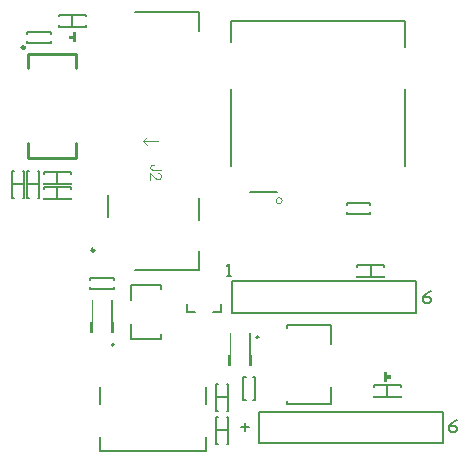
<source format=gto>
G04*
G04 #@! TF.GenerationSoftware,Altium Limited,Altium Designer,22.7.1 (60)*
G04*
G04 Layer_Color=65535*
%FSLAX44Y44*%
%MOMM*%
G71*
G04*
G04 #@! TF.SameCoordinates,3D1FD2B2-7E42-48B0-8169-FE55815119E5*
G04*
G04*
G04 #@! TF.FilePolarity,Positive*
G04*
G01*
G75*
%ADD10C,0.2000*%
%ADD11C,0.2540*%
%ADD12C,0.0000*%
%ADD13C,0.2400*%
%ADD14C,0.0254*%
%ADD15C,0.1270*%
%ADD16C,0.1524*%
%ADD17C,0.2032*%
%ADD18C,0.1254*%
%ADD19C,0.1500*%
%ADD20C,0.0889*%
G36*
X187706Y102870D02*
Y74930D01*
X185674D01*
Y83820D01*
X186690D01*
Y102870D01*
X187706D01*
D02*
G37*
G36*
X204470D02*
Y83820D01*
X205486D01*
Y74930D01*
X203454D01*
Y102870D01*
X204470D01*
D02*
G37*
G36*
X317500Y69977D02*
X319024D01*
Y66929D01*
X322580D01*
Y65151D01*
X319024D01*
Y62103D01*
X317500D01*
Y69977D01*
D02*
G37*
G36*
X70866Y130810D02*
Y102870D01*
X68834D01*
Y111760D01*
X69850D01*
Y130810D01*
X70866D01*
D02*
G37*
G36*
X87630D02*
Y111760D01*
X88646D01*
Y102870D01*
X86614D01*
Y130810D01*
X87630D01*
D02*
G37*
G36*
X55880Y349885D02*
X54356D01*
Y352933D01*
X50800D01*
Y354711D01*
X54356D01*
Y357759D01*
X55880D01*
Y349885D01*
D02*
G37*
D10*
X211270Y99100D02*
G03*
X211270Y99100I-1000J0D01*
G01*
X88920Y92750D02*
G03*
X88920Y92750I-1000J0D01*
G01*
X367260Y9410D02*
Y36310D01*
X211860D02*
X367260D01*
X211860Y9410D02*
Y36310D01*
Y9410D02*
X367260D01*
X189000Y119900D02*
X344400D01*
X189000D02*
Y146800D01*
X344400D01*
Y119900D02*
Y146800D01*
X172400Y120500D02*
X179700D01*
Y127000D01*
X150500Y120500D02*
X157800D01*
X150500D02*
Y127000D01*
D11*
X13462Y344582D02*
G03*
X13462Y344582I-1270J0D01*
G01*
X16322Y251402D02*
Y263402D01*
Y251402D02*
X56322D01*
Y327402D02*
Y339402D01*
X16322Y327402D02*
Y339402D01*
X56322D01*
X56322Y251402D02*
Y263402D01*
D12*
X231203Y214795D02*
G03*
X231203Y214795I-2540J0D01*
G01*
D13*
X72090Y172930D02*
G03*
X72090Y172930I-1200J0D01*
G01*
D14*
X50800Y354711D02*
X54356D01*
X50800Y352933D02*
X54356D01*
Y354711D02*
Y357759D01*
Y349885D02*
Y352933D01*
X55880Y349885D02*
Y357759D01*
X50800Y352933D02*
Y354711D01*
X54356Y349885D02*
X55880D01*
X54356Y357759D02*
X55880D01*
X317500Y62103D02*
X319024D01*
X317500Y69977D02*
X319024D01*
X322580Y65151D02*
Y66929D01*
X317500Y62103D02*
Y69977D01*
X319024Y66929D02*
Y69977D01*
Y62103D02*
Y65151D01*
Y66929D02*
X322580D01*
X319024Y65151D02*
X322580D01*
D15*
X235400Y109800D02*
X272600D01*
X235400Y42600D02*
X272600D01*
X235400Y107200D02*
Y109800D01*
Y42600D02*
Y45100D01*
X272600Y42600D02*
Y57500D01*
Y93800D02*
Y109800D01*
X77220Y2750D02*
Y15050D01*
Y2750D02*
X166620D01*
Y15050D01*
Y42450D02*
Y56850D01*
X77220Y42450D02*
Y56850D01*
X106890Y155930D02*
X160890D01*
Y171930D01*
Y198930D02*
Y216930D01*
Y358930D02*
Y374930D01*
X106890D02*
X160890D01*
X83390Y201430D02*
Y219430D01*
D16*
X128270Y139700D02*
Y143510D01*
Y97790D02*
Y101600D01*
X102870Y97790D02*
Y110490D01*
Y130810D02*
Y143510D01*
X128270D01*
X102870Y97790D02*
X128270D01*
X378881Y29207D02*
X375496Y27514D01*
X372110Y24128D01*
Y20743D01*
X373803Y19050D01*
X377188D01*
X378881Y20743D01*
Y22436D01*
X377188Y24128D01*
X372110D01*
X203200Y22862D02*
X196429D01*
X199814Y19476D02*
Y26247D01*
X184150Y151130D02*
X187536D01*
X185843D01*
Y161287D01*
X184150Y159594D01*
X357291Y138427D02*
X353906Y136734D01*
X350520Y133348D01*
Y129963D01*
X352213Y128270D01*
X355598D01*
X357291Y129963D01*
Y131656D01*
X355598Y133348D01*
X350520D01*
D17*
X335620Y244640D02*
Y309640D01*
X335610Y367140D02*
X335620Y344640D01*
X187630Y367267D02*
X335610Y367140D01*
X187620Y349640D02*
X187630Y367267D01*
X187620Y244640D02*
Y309640D01*
X204240Y222140D02*
X226620D01*
D18*
X113390Y265430D02*
X125890D01*
X113390D02*
X117140Y261680D01*
X113390Y265430D02*
X117140Y269180D01*
D19*
X42164Y362204D02*
Y363474D01*
Y362204D02*
X65024D01*
Y363474D01*
Y371094D02*
Y372364D01*
X42164D02*
X65024D01*
X42164Y371094D02*
Y372364D01*
X53594Y362204D02*
Y372364D01*
X331470Y57150D02*
Y58420D01*
X308610D02*
X331470D01*
X308610Y57150D02*
Y58420D01*
Y48260D02*
Y49530D01*
Y48260D02*
X331470D01*
Y49530D01*
X320040Y48260D02*
Y58420D01*
X198200Y65880D02*
X200200D01*
X198200Y45880D02*
Y65880D01*
Y45880D02*
X200200D01*
X206200D02*
X208200D01*
Y65880D01*
X206200D02*
X208200D01*
X88740Y147780D02*
Y149780D01*
X68740D02*
X88740D01*
X68740Y147780D02*
Y149780D01*
Y139780D02*
Y141780D01*
Y139780D02*
X88740D01*
Y141780D01*
X294640Y149860D02*
Y151130D01*
Y149860D02*
X317500D01*
Y151130D01*
Y158750D02*
Y160020D01*
X294640D02*
X317500D01*
X294640Y158750D02*
Y160020D01*
X306070Y149860D02*
Y160020D01*
X29210Y215900D02*
Y217170D01*
Y215900D02*
X52070D01*
Y217170D01*
Y224790D02*
Y226060D01*
X29210D02*
X52070D01*
X29210Y224790D02*
Y226060D01*
X40640Y215900D02*
Y226060D01*
X11430Y217170D02*
X12700D01*
Y240030D01*
X11430D02*
X12700D01*
X2540D02*
X3810D01*
X2540Y217170D02*
Y240030D01*
Y217170D02*
X3810D01*
X2540Y228600D02*
X12700D01*
X29210D02*
Y229870D01*
Y228600D02*
X52070D01*
Y229870D01*
Y237490D02*
Y238760D01*
X29210D02*
X52070D01*
X29210Y237490D02*
Y238760D01*
X40640Y228600D02*
Y238760D01*
X24130Y217170D02*
X25400D01*
Y240030D01*
X24130D02*
X25400D01*
X15240D02*
X16510D01*
X15240Y217170D02*
Y240030D01*
Y217170D02*
X16510D01*
X15240Y228600D02*
X25400D01*
X15400Y348060D02*
Y350060D01*
Y348060D02*
X35400D01*
Y350060D01*
Y356060D02*
Y358060D01*
X15400D02*
X35400D01*
X15400Y356060D02*
Y358060D01*
X285910Y203280D02*
Y205280D01*
Y203280D02*
X305910D01*
Y205280D01*
Y211280D02*
Y213280D01*
X285910D02*
X305910D01*
X285910Y211280D02*
Y213280D01*
X184150Y36830D02*
X185420D01*
Y59690D01*
X184150D02*
X185420D01*
X175260D02*
X176530D01*
X175260Y36830D02*
Y59690D01*
Y36830D02*
X176530D01*
X175260Y48260D02*
X185420D01*
X184150Y8890D02*
X185420D01*
Y31750D01*
X184150D02*
X185420D01*
X175260D02*
X176530D01*
X175260Y8890D02*
Y31750D01*
Y8890D02*
X176530D01*
X175260Y20320D02*
X185420D01*
D20*
X128268Y240878D02*
X121496D01*
X120226Y241301D01*
X119803Y241724D01*
X119380Y242570D01*
Y243417D01*
X119803Y244263D01*
X120226Y244687D01*
X121496Y245110D01*
X122343D01*
X126152Y238169D02*
X126575D01*
X127422Y237746D01*
X127845Y237322D01*
X128268Y236476D01*
Y234783D01*
X127845Y233936D01*
X127422Y233513D01*
X126575Y233090D01*
X125729D01*
X124882Y233513D01*
X123612Y234360D01*
X119380Y238592D01*
Y232667D01*
M02*

</source>
